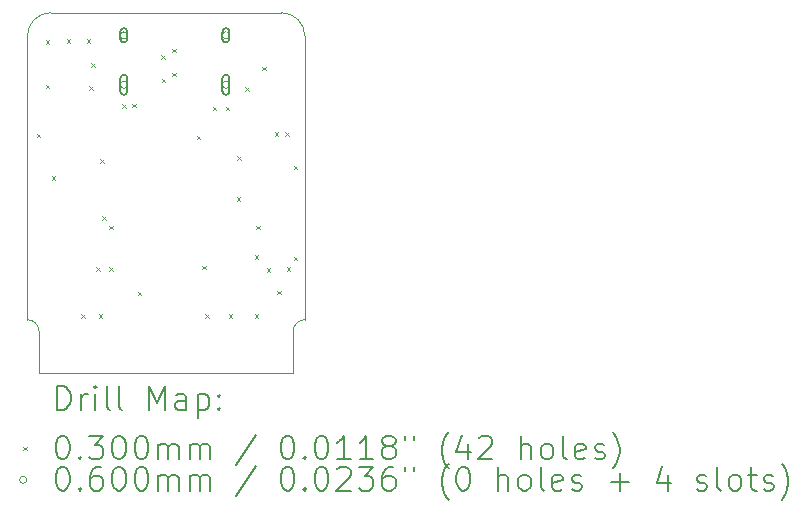
<source format=gbr>
%TF.GenerationSoftware,KiCad,Pcbnew,6.0.10+dfsg-1~bpo11+1*%
%TF.ProjectId,project,70726f6a-6563-4742-9e6b-696361645f70,rev?*%
%TF.SameCoordinates,Original*%
%TF.FileFunction,Drillmap*%
%TF.FilePolarity,Positive*%
%FSLAX45Y45*%
G04 Gerber Fmt 4.5, Leading zero omitted, Abs format (unit mm)*
%MOMM*%
%LPD*%
G01*
G04 APERTURE LIST*
%ADD10C,0.100000*%
%ADD11C,0.200000*%
%ADD12C,0.030000*%
%ADD13C,0.060000*%
G04 APERTURE END LIST*
D10*
X12250000Y-12647500D02*
X10100000Y-12647500D01*
X12350000Y-9800000D02*
X12350000Y-12200000D01*
X10000000Y-9800000D02*
X10000000Y-12200000D01*
X10100000Y-12647500D02*
X10100000Y-12300000D01*
X12350000Y-9800000D02*
G75*
G03*
X12150000Y-9600000I-200000J0D01*
G01*
X12350000Y-12200000D02*
G75*
G03*
X12250000Y-12300000I0J-100000D01*
G01*
X12250000Y-12647500D02*
X12250000Y-12300000D01*
X10200000Y-9600000D02*
X12150000Y-9600000D01*
X10100000Y-12300000D02*
G75*
G03*
X10000000Y-12200000I-100000J0D01*
G01*
X10200000Y-9600000D02*
G75*
G03*
X10000000Y-9800000I0J-200000D01*
G01*
D11*
D12*
X10081250Y-10626250D02*
X10111250Y-10656250D01*
X10111250Y-10626250D02*
X10081250Y-10656250D01*
X10155000Y-9835000D02*
X10185000Y-9865000D01*
X10185000Y-9835000D02*
X10155000Y-9865000D01*
X10155000Y-10212500D02*
X10185000Y-10242500D01*
X10185000Y-10212500D02*
X10155000Y-10242500D01*
X10205000Y-10985000D02*
X10235000Y-11015000D01*
X10235000Y-10985000D02*
X10205000Y-11015000D01*
X10335000Y-9825000D02*
X10365000Y-9855000D01*
X10365000Y-9825000D02*
X10335000Y-9855000D01*
X10455000Y-12155000D02*
X10485000Y-12185000D01*
X10485000Y-12155000D02*
X10455000Y-12185000D01*
X10505000Y-9823750D02*
X10535000Y-9853750D01*
X10535000Y-9823750D02*
X10505000Y-9853750D01*
X10525000Y-10222500D02*
X10555000Y-10252500D01*
X10555000Y-10222500D02*
X10525000Y-10252500D01*
X10539373Y-10029378D02*
X10569373Y-10059378D01*
X10569373Y-10029378D02*
X10539373Y-10059378D01*
X10585000Y-11755000D02*
X10615000Y-11785000D01*
X10615000Y-11755000D02*
X10585000Y-11785000D01*
X10605000Y-12155000D02*
X10635000Y-12185000D01*
X10635000Y-12155000D02*
X10605000Y-12185000D01*
X10616250Y-10841250D02*
X10646250Y-10871250D01*
X10646250Y-10841250D02*
X10616250Y-10871250D01*
X10635000Y-11325000D02*
X10665000Y-11355000D01*
X10665000Y-11325000D02*
X10635000Y-11355000D01*
X10695000Y-11405050D02*
X10725000Y-11435050D01*
X10725000Y-11405050D02*
X10695000Y-11435050D01*
X10695000Y-11755000D02*
X10725000Y-11785000D01*
X10725000Y-11755000D02*
X10695000Y-11785000D01*
X10805000Y-10375000D02*
X10835000Y-10405000D01*
X10835000Y-10375000D02*
X10805000Y-10405000D01*
X10890000Y-10370000D02*
X10920000Y-10400000D01*
X10920000Y-10370000D02*
X10890000Y-10400000D01*
X10933750Y-11963750D02*
X10963750Y-11993750D01*
X10963750Y-11963750D02*
X10933750Y-11993750D01*
X11135000Y-9962450D02*
X11165000Y-9992450D01*
X11165000Y-9962450D02*
X11135000Y-9992450D01*
X11139922Y-10159785D02*
X11169922Y-10189785D01*
X11169922Y-10159785D02*
X11139922Y-10189785D01*
X11225000Y-9907450D02*
X11255000Y-9937450D01*
X11255000Y-9907450D02*
X11225000Y-9937450D01*
X11226776Y-10109624D02*
X11256776Y-10139624D01*
X11256776Y-10109624D02*
X11226776Y-10139624D01*
X11435000Y-10642500D02*
X11465000Y-10672500D01*
X11465000Y-10642500D02*
X11435000Y-10672500D01*
X11480000Y-11745000D02*
X11510000Y-11775000D01*
X11510000Y-11745000D02*
X11480000Y-11775000D01*
X11505000Y-12155000D02*
X11535000Y-12185000D01*
X11535000Y-12155000D02*
X11505000Y-12185000D01*
X11570000Y-10397500D02*
X11600000Y-10427500D01*
X11600000Y-10397500D02*
X11570000Y-10427500D01*
X11680074Y-10397574D02*
X11710074Y-10427574D01*
X11710074Y-10397574D02*
X11680074Y-10427574D01*
X11705000Y-12155000D02*
X11735000Y-12185000D01*
X11735000Y-12155000D02*
X11705000Y-12185000D01*
X11775000Y-11165000D02*
X11805000Y-11195000D01*
X11805000Y-11165000D02*
X11775000Y-11195000D01*
X11779500Y-10818000D02*
X11809500Y-10848000D01*
X11809500Y-10818000D02*
X11779500Y-10848000D01*
X11845147Y-10232500D02*
X11875147Y-10262500D01*
X11875147Y-10232500D02*
X11845147Y-10262500D01*
X11925000Y-11655000D02*
X11955000Y-11685000D01*
X11955000Y-11655000D02*
X11925000Y-11685000D01*
X11925000Y-12155000D02*
X11955000Y-12185000D01*
X11955000Y-12155000D02*
X11925000Y-12185000D01*
X11936250Y-11406250D02*
X11966250Y-11436250D01*
X11966250Y-11406250D02*
X11936250Y-11436250D01*
X11990000Y-10057500D02*
X12020000Y-10087500D01*
X12020000Y-10057500D02*
X11990000Y-10087500D01*
X12027000Y-11763000D02*
X12057000Y-11793000D01*
X12057000Y-11763000D02*
X12027000Y-11793000D01*
X12095000Y-10612500D02*
X12125000Y-10642500D01*
X12125000Y-10612500D02*
X12095000Y-10642500D01*
X12115000Y-11955000D02*
X12145000Y-11985000D01*
X12145000Y-11955000D02*
X12115000Y-11985000D01*
X12185000Y-10612500D02*
X12215000Y-10642500D01*
X12215000Y-10612500D02*
X12185000Y-10642500D01*
X12195000Y-11755000D02*
X12225000Y-11785000D01*
X12225000Y-11755000D02*
X12195000Y-11785000D01*
X12255000Y-10897500D02*
X12285000Y-10927500D01*
X12285000Y-10897500D02*
X12255000Y-10927500D01*
X12255000Y-11667500D02*
X12285000Y-11697500D01*
X12285000Y-11667500D02*
X12255000Y-11697500D01*
D13*
X10848000Y-9792500D02*
G75*
G03*
X10848000Y-9792500I-30000J0D01*
G01*
D11*
X10848000Y-9822500D02*
X10848000Y-9762500D01*
X10788000Y-9822500D02*
X10788000Y-9762500D01*
X10848000Y-9762500D02*
G75*
G03*
X10788000Y-9762500I-30000J0D01*
G01*
X10788000Y-9822500D02*
G75*
G03*
X10848000Y-9822500I30000J0D01*
G01*
D13*
X10848000Y-10210500D02*
G75*
G03*
X10848000Y-10210500I-30000J0D01*
G01*
D11*
X10848000Y-10265500D02*
X10848000Y-10155500D01*
X10788000Y-10265500D02*
X10788000Y-10155500D01*
X10848000Y-10155500D02*
G75*
G03*
X10788000Y-10155500I-30000J0D01*
G01*
X10788000Y-10265500D02*
G75*
G03*
X10848000Y-10265500I30000J0D01*
G01*
D13*
X11712000Y-9792500D02*
G75*
G03*
X11712000Y-9792500I-30000J0D01*
G01*
D11*
X11712000Y-9822500D02*
X11712000Y-9762500D01*
X11652000Y-9822500D02*
X11652000Y-9762500D01*
X11712000Y-9762500D02*
G75*
G03*
X11652000Y-9762500I-30000J0D01*
G01*
X11652000Y-9822500D02*
G75*
G03*
X11712000Y-9822500I30000J0D01*
G01*
D13*
X11712000Y-10210500D02*
G75*
G03*
X11712000Y-10210500I-30000J0D01*
G01*
D11*
X11712000Y-10265500D02*
X11712000Y-10155500D01*
X11652000Y-10265500D02*
X11652000Y-10155500D01*
X11712000Y-10155500D02*
G75*
G03*
X11652000Y-10155500I-30000J0D01*
G01*
X11652000Y-10265500D02*
G75*
G03*
X11712000Y-10265500I30000J0D01*
G01*
X10252619Y-12962976D02*
X10252619Y-12762976D01*
X10300238Y-12762976D01*
X10328810Y-12772500D01*
X10347857Y-12791548D01*
X10357381Y-12810595D01*
X10366905Y-12848690D01*
X10366905Y-12877262D01*
X10357381Y-12915357D01*
X10347857Y-12934405D01*
X10328810Y-12953452D01*
X10300238Y-12962976D01*
X10252619Y-12962976D01*
X10452619Y-12962976D02*
X10452619Y-12829643D01*
X10452619Y-12867738D02*
X10462143Y-12848690D01*
X10471667Y-12839167D01*
X10490714Y-12829643D01*
X10509762Y-12829643D01*
X10576429Y-12962976D02*
X10576429Y-12829643D01*
X10576429Y-12762976D02*
X10566905Y-12772500D01*
X10576429Y-12782024D01*
X10585952Y-12772500D01*
X10576429Y-12762976D01*
X10576429Y-12782024D01*
X10700238Y-12962976D02*
X10681190Y-12953452D01*
X10671667Y-12934405D01*
X10671667Y-12762976D01*
X10805000Y-12962976D02*
X10785952Y-12953452D01*
X10776429Y-12934405D01*
X10776429Y-12762976D01*
X11033571Y-12962976D02*
X11033571Y-12762976D01*
X11100238Y-12905833D01*
X11166905Y-12762976D01*
X11166905Y-12962976D01*
X11347857Y-12962976D02*
X11347857Y-12858214D01*
X11338333Y-12839167D01*
X11319286Y-12829643D01*
X11281190Y-12829643D01*
X11262143Y-12839167D01*
X11347857Y-12953452D02*
X11328809Y-12962976D01*
X11281190Y-12962976D01*
X11262143Y-12953452D01*
X11252619Y-12934405D01*
X11252619Y-12915357D01*
X11262143Y-12896309D01*
X11281190Y-12886786D01*
X11328809Y-12886786D01*
X11347857Y-12877262D01*
X11443095Y-12829643D02*
X11443095Y-13029643D01*
X11443095Y-12839167D02*
X11462143Y-12829643D01*
X11500238Y-12829643D01*
X11519286Y-12839167D01*
X11528809Y-12848690D01*
X11538333Y-12867738D01*
X11538333Y-12924881D01*
X11528809Y-12943928D01*
X11519286Y-12953452D01*
X11500238Y-12962976D01*
X11462143Y-12962976D01*
X11443095Y-12953452D01*
X11624048Y-12943928D02*
X11633571Y-12953452D01*
X11624048Y-12962976D01*
X11614524Y-12953452D01*
X11624048Y-12943928D01*
X11624048Y-12962976D01*
X11624048Y-12839167D02*
X11633571Y-12848690D01*
X11624048Y-12858214D01*
X11614524Y-12848690D01*
X11624048Y-12839167D01*
X11624048Y-12858214D01*
D12*
X9965000Y-13277500D02*
X9995000Y-13307500D01*
X9995000Y-13277500D02*
X9965000Y-13307500D01*
D11*
X10290714Y-13182976D02*
X10309762Y-13182976D01*
X10328810Y-13192500D01*
X10338333Y-13202024D01*
X10347857Y-13221071D01*
X10357381Y-13259167D01*
X10357381Y-13306786D01*
X10347857Y-13344881D01*
X10338333Y-13363928D01*
X10328810Y-13373452D01*
X10309762Y-13382976D01*
X10290714Y-13382976D01*
X10271667Y-13373452D01*
X10262143Y-13363928D01*
X10252619Y-13344881D01*
X10243095Y-13306786D01*
X10243095Y-13259167D01*
X10252619Y-13221071D01*
X10262143Y-13202024D01*
X10271667Y-13192500D01*
X10290714Y-13182976D01*
X10443095Y-13363928D02*
X10452619Y-13373452D01*
X10443095Y-13382976D01*
X10433571Y-13373452D01*
X10443095Y-13363928D01*
X10443095Y-13382976D01*
X10519286Y-13182976D02*
X10643095Y-13182976D01*
X10576429Y-13259167D01*
X10605000Y-13259167D01*
X10624048Y-13268690D01*
X10633571Y-13278214D01*
X10643095Y-13297262D01*
X10643095Y-13344881D01*
X10633571Y-13363928D01*
X10624048Y-13373452D01*
X10605000Y-13382976D01*
X10547857Y-13382976D01*
X10528810Y-13373452D01*
X10519286Y-13363928D01*
X10766905Y-13182976D02*
X10785952Y-13182976D01*
X10805000Y-13192500D01*
X10814524Y-13202024D01*
X10824048Y-13221071D01*
X10833571Y-13259167D01*
X10833571Y-13306786D01*
X10824048Y-13344881D01*
X10814524Y-13363928D01*
X10805000Y-13373452D01*
X10785952Y-13382976D01*
X10766905Y-13382976D01*
X10747857Y-13373452D01*
X10738333Y-13363928D01*
X10728810Y-13344881D01*
X10719286Y-13306786D01*
X10719286Y-13259167D01*
X10728810Y-13221071D01*
X10738333Y-13202024D01*
X10747857Y-13192500D01*
X10766905Y-13182976D01*
X10957381Y-13182976D02*
X10976429Y-13182976D01*
X10995476Y-13192500D01*
X11005000Y-13202024D01*
X11014524Y-13221071D01*
X11024048Y-13259167D01*
X11024048Y-13306786D01*
X11014524Y-13344881D01*
X11005000Y-13363928D01*
X10995476Y-13373452D01*
X10976429Y-13382976D01*
X10957381Y-13382976D01*
X10938333Y-13373452D01*
X10928810Y-13363928D01*
X10919286Y-13344881D01*
X10909762Y-13306786D01*
X10909762Y-13259167D01*
X10919286Y-13221071D01*
X10928810Y-13202024D01*
X10938333Y-13192500D01*
X10957381Y-13182976D01*
X11109762Y-13382976D02*
X11109762Y-13249643D01*
X11109762Y-13268690D02*
X11119286Y-13259167D01*
X11138333Y-13249643D01*
X11166905Y-13249643D01*
X11185952Y-13259167D01*
X11195476Y-13278214D01*
X11195476Y-13382976D01*
X11195476Y-13278214D02*
X11205000Y-13259167D01*
X11224048Y-13249643D01*
X11252619Y-13249643D01*
X11271667Y-13259167D01*
X11281190Y-13278214D01*
X11281190Y-13382976D01*
X11376428Y-13382976D02*
X11376428Y-13249643D01*
X11376428Y-13268690D02*
X11385952Y-13259167D01*
X11405000Y-13249643D01*
X11433571Y-13249643D01*
X11452619Y-13259167D01*
X11462143Y-13278214D01*
X11462143Y-13382976D01*
X11462143Y-13278214D02*
X11471667Y-13259167D01*
X11490714Y-13249643D01*
X11519286Y-13249643D01*
X11538333Y-13259167D01*
X11547857Y-13278214D01*
X11547857Y-13382976D01*
X11938333Y-13173452D02*
X11766905Y-13430595D01*
X12195476Y-13182976D02*
X12214524Y-13182976D01*
X12233571Y-13192500D01*
X12243095Y-13202024D01*
X12252619Y-13221071D01*
X12262143Y-13259167D01*
X12262143Y-13306786D01*
X12252619Y-13344881D01*
X12243095Y-13363928D01*
X12233571Y-13373452D01*
X12214524Y-13382976D01*
X12195476Y-13382976D01*
X12176428Y-13373452D01*
X12166905Y-13363928D01*
X12157381Y-13344881D01*
X12147857Y-13306786D01*
X12147857Y-13259167D01*
X12157381Y-13221071D01*
X12166905Y-13202024D01*
X12176428Y-13192500D01*
X12195476Y-13182976D01*
X12347857Y-13363928D02*
X12357381Y-13373452D01*
X12347857Y-13382976D01*
X12338333Y-13373452D01*
X12347857Y-13363928D01*
X12347857Y-13382976D01*
X12481190Y-13182976D02*
X12500238Y-13182976D01*
X12519286Y-13192500D01*
X12528809Y-13202024D01*
X12538333Y-13221071D01*
X12547857Y-13259167D01*
X12547857Y-13306786D01*
X12538333Y-13344881D01*
X12528809Y-13363928D01*
X12519286Y-13373452D01*
X12500238Y-13382976D01*
X12481190Y-13382976D01*
X12462143Y-13373452D01*
X12452619Y-13363928D01*
X12443095Y-13344881D01*
X12433571Y-13306786D01*
X12433571Y-13259167D01*
X12443095Y-13221071D01*
X12452619Y-13202024D01*
X12462143Y-13192500D01*
X12481190Y-13182976D01*
X12738333Y-13382976D02*
X12624048Y-13382976D01*
X12681190Y-13382976D02*
X12681190Y-13182976D01*
X12662143Y-13211548D01*
X12643095Y-13230595D01*
X12624048Y-13240119D01*
X12928809Y-13382976D02*
X12814524Y-13382976D01*
X12871667Y-13382976D02*
X12871667Y-13182976D01*
X12852619Y-13211548D01*
X12833571Y-13230595D01*
X12814524Y-13240119D01*
X13043095Y-13268690D02*
X13024048Y-13259167D01*
X13014524Y-13249643D01*
X13005000Y-13230595D01*
X13005000Y-13221071D01*
X13014524Y-13202024D01*
X13024048Y-13192500D01*
X13043095Y-13182976D01*
X13081190Y-13182976D01*
X13100238Y-13192500D01*
X13109762Y-13202024D01*
X13119286Y-13221071D01*
X13119286Y-13230595D01*
X13109762Y-13249643D01*
X13100238Y-13259167D01*
X13081190Y-13268690D01*
X13043095Y-13268690D01*
X13024048Y-13278214D01*
X13014524Y-13287738D01*
X13005000Y-13306786D01*
X13005000Y-13344881D01*
X13014524Y-13363928D01*
X13024048Y-13373452D01*
X13043095Y-13382976D01*
X13081190Y-13382976D01*
X13100238Y-13373452D01*
X13109762Y-13363928D01*
X13119286Y-13344881D01*
X13119286Y-13306786D01*
X13109762Y-13287738D01*
X13100238Y-13278214D01*
X13081190Y-13268690D01*
X13195476Y-13182976D02*
X13195476Y-13221071D01*
X13271667Y-13182976D02*
X13271667Y-13221071D01*
X13566905Y-13459167D02*
X13557381Y-13449643D01*
X13538333Y-13421071D01*
X13528809Y-13402024D01*
X13519286Y-13373452D01*
X13509762Y-13325833D01*
X13509762Y-13287738D01*
X13519286Y-13240119D01*
X13528809Y-13211548D01*
X13538333Y-13192500D01*
X13557381Y-13163928D01*
X13566905Y-13154405D01*
X13728809Y-13249643D02*
X13728809Y-13382976D01*
X13681190Y-13173452D02*
X13633571Y-13316309D01*
X13757381Y-13316309D01*
X13824048Y-13202024D02*
X13833571Y-13192500D01*
X13852619Y-13182976D01*
X13900238Y-13182976D01*
X13919286Y-13192500D01*
X13928809Y-13202024D01*
X13938333Y-13221071D01*
X13938333Y-13240119D01*
X13928809Y-13268690D01*
X13814524Y-13382976D01*
X13938333Y-13382976D01*
X14176428Y-13382976D02*
X14176428Y-13182976D01*
X14262143Y-13382976D02*
X14262143Y-13278214D01*
X14252619Y-13259167D01*
X14233571Y-13249643D01*
X14205000Y-13249643D01*
X14185952Y-13259167D01*
X14176428Y-13268690D01*
X14385952Y-13382976D02*
X14366905Y-13373452D01*
X14357381Y-13363928D01*
X14347857Y-13344881D01*
X14347857Y-13287738D01*
X14357381Y-13268690D01*
X14366905Y-13259167D01*
X14385952Y-13249643D01*
X14414524Y-13249643D01*
X14433571Y-13259167D01*
X14443095Y-13268690D01*
X14452619Y-13287738D01*
X14452619Y-13344881D01*
X14443095Y-13363928D01*
X14433571Y-13373452D01*
X14414524Y-13382976D01*
X14385952Y-13382976D01*
X14566905Y-13382976D02*
X14547857Y-13373452D01*
X14538333Y-13354405D01*
X14538333Y-13182976D01*
X14719286Y-13373452D02*
X14700238Y-13382976D01*
X14662143Y-13382976D01*
X14643095Y-13373452D01*
X14633571Y-13354405D01*
X14633571Y-13278214D01*
X14643095Y-13259167D01*
X14662143Y-13249643D01*
X14700238Y-13249643D01*
X14719286Y-13259167D01*
X14728809Y-13278214D01*
X14728809Y-13297262D01*
X14633571Y-13316309D01*
X14805000Y-13373452D02*
X14824048Y-13382976D01*
X14862143Y-13382976D01*
X14881190Y-13373452D01*
X14890714Y-13354405D01*
X14890714Y-13344881D01*
X14881190Y-13325833D01*
X14862143Y-13316309D01*
X14833571Y-13316309D01*
X14814524Y-13306786D01*
X14805000Y-13287738D01*
X14805000Y-13278214D01*
X14814524Y-13259167D01*
X14833571Y-13249643D01*
X14862143Y-13249643D01*
X14881190Y-13259167D01*
X14957381Y-13459167D02*
X14966905Y-13449643D01*
X14985952Y-13421071D01*
X14995476Y-13402024D01*
X15005000Y-13373452D01*
X15014524Y-13325833D01*
X15014524Y-13287738D01*
X15005000Y-13240119D01*
X14995476Y-13211548D01*
X14985952Y-13192500D01*
X14966905Y-13163928D01*
X14957381Y-13154405D01*
D13*
X9995000Y-13556500D02*
G75*
G03*
X9995000Y-13556500I-30000J0D01*
G01*
D11*
X10290714Y-13446976D02*
X10309762Y-13446976D01*
X10328810Y-13456500D01*
X10338333Y-13466024D01*
X10347857Y-13485071D01*
X10357381Y-13523167D01*
X10357381Y-13570786D01*
X10347857Y-13608881D01*
X10338333Y-13627928D01*
X10328810Y-13637452D01*
X10309762Y-13646976D01*
X10290714Y-13646976D01*
X10271667Y-13637452D01*
X10262143Y-13627928D01*
X10252619Y-13608881D01*
X10243095Y-13570786D01*
X10243095Y-13523167D01*
X10252619Y-13485071D01*
X10262143Y-13466024D01*
X10271667Y-13456500D01*
X10290714Y-13446976D01*
X10443095Y-13627928D02*
X10452619Y-13637452D01*
X10443095Y-13646976D01*
X10433571Y-13637452D01*
X10443095Y-13627928D01*
X10443095Y-13646976D01*
X10624048Y-13446976D02*
X10585952Y-13446976D01*
X10566905Y-13456500D01*
X10557381Y-13466024D01*
X10538333Y-13494595D01*
X10528810Y-13532690D01*
X10528810Y-13608881D01*
X10538333Y-13627928D01*
X10547857Y-13637452D01*
X10566905Y-13646976D01*
X10605000Y-13646976D01*
X10624048Y-13637452D01*
X10633571Y-13627928D01*
X10643095Y-13608881D01*
X10643095Y-13561262D01*
X10633571Y-13542214D01*
X10624048Y-13532690D01*
X10605000Y-13523167D01*
X10566905Y-13523167D01*
X10547857Y-13532690D01*
X10538333Y-13542214D01*
X10528810Y-13561262D01*
X10766905Y-13446976D02*
X10785952Y-13446976D01*
X10805000Y-13456500D01*
X10814524Y-13466024D01*
X10824048Y-13485071D01*
X10833571Y-13523167D01*
X10833571Y-13570786D01*
X10824048Y-13608881D01*
X10814524Y-13627928D01*
X10805000Y-13637452D01*
X10785952Y-13646976D01*
X10766905Y-13646976D01*
X10747857Y-13637452D01*
X10738333Y-13627928D01*
X10728810Y-13608881D01*
X10719286Y-13570786D01*
X10719286Y-13523167D01*
X10728810Y-13485071D01*
X10738333Y-13466024D01*
X10747857Y-13456500D01*
X10766905Y-13446976D01*
X10957381Y-13446976D02*
X10976429Y-13446976D01*
X10995476Y-13456500D01*
X11005000Y-13466024D01*
X11014524Y-13485071D01*
X11024048Y-13523167D01*
X11024048Y-13570786D01*
X11014524Y-13608881D01*
X11005000Y-13627928D01*
X10995476Y-13637452D01*
X10976429Y-13646976D01*
X10957381Y-13646976D01*
X10938333Y-13637452D01*
X10928810Y-13627928D01*
X10919286Y-13608881D01*
X10909762Y-13570786D01*
X10909762Y-13523167D01*
X10919286Y-13485071D01*
X10928810Y-13466024D01*
X10938333Y-13456500D01*
X10957381Y-13446976D01*
X11109762Y-13646976D02*
X11109762Y-13513643D01*
X11109762Y-13532690D02*
X11119286Y-13523167D01*
X11138333Y-13513643D01*
X11166905Y-13513643D01*
X11185952Y-13523167D01*
X11195476Y-13542214D01*
X11195476Y-13646976D01*
X11195476Y-13542214D02*
X11205000Y-13523167D01*
X11224048Y-13513643D01*
X11252619Y-13513643D01*
X11271667Y-13523167D01*
X11281190Y-13542214D01*
X11281190Y-13646976D01*
X11376428Y-13646976D02*
X11376428Y-13513643D01*
X11376428Y-13532690D02*
X11385952Y-13523167D01*
X11405000Y-13513643D01*
X11433571Y-13513643D01*
X11452619Y-13523167D01*
X11462143Y-13542214D01*
X11462143Y-13646976D01*
X11462143Y-13542214D02*
X11471667Y-13523167D01*
X11490714Y-13513643D01*
X11519286Y-13513643D01*
X11538333Y-13523167D01*
X11547857Y-13542214D01*
X11547857Y-13646976D01*
X11938333Y-13437452D02*
X11766905Y-13694595D01*
X12195476Y-13446976D02*
X12214524Y-13446976D01*
X12233571Y-13456500D01*
X12243095Y-13466024D01*
X12252619Y-13485071D01*
X12262143Y-13523167D01*
X12262143Y-13570786D01*
X12252619Y-13608881D01*
X12243095Y-13627928D01*
X12233571Y-13637452D01*
X12214524Y-13646976D01*
X12195476Y-13646976D01*
X12176428Y-13637452D01*
X12166905Y-13627928D01*
X12157381Y-13608881D01*
X12147857Y-13570786D01*
X12147857Y-13523167D01*
X12157381Y-13485071D01*
X12166905Y-13466024D01*
X12176428Y-13456500D01*
X12195476Y-13446976D01*
X12347857Y-13627928D02*
X12357381Y-13637452D01*
X12347857Y-13646976D01*
X12338333Y-13637452D01*
X12347857Y-13627928D01*
X12347857Y-13646976D01*
X12481190Y-13446976D02*
X12500238Y-13446976D01*
X12519286Y-13456500D01*
X12528809Y-13466024D01*
X12538333Y-13485071D01*
X12547857Y-13523167D01*
X12547857Y-13570786D01*
X12538333Y-13608881D01*
X12528809Y-13627928D01*
X12519286Y-13637452D01*
X12500238Y-13646976D01*
X12481190Y-13646976D01*
X12462143Y-13637452D01*
X12452619Y-13627928D01*
X12443095Y-13608881D01*
X12433571Y-13570786D01*
X12433571Y-13523167D01*
X12443095Y-13485071D01*
X12452619Y-13466024D01*
X12462143Y-13456500D01*
X12481190Y-13446976D01*
X12624048Y-13466024D02*
X12633571Y-13456500D01*
X12652619Y-13446976D01*
X12700238Y-13446976D01*
X12719286Y-13456500D01*
X12728809Y-13466024D01*
X12738333Y-13485071D01*
X12738333Y-13504119D01*
X12728809Y-13532690D01*
X12614524Y-13646976D01*
X12738333Y-13646976D01*
X12805000Y-13446976D02*
X12928809Y-13446976D01*
X12862143Y-13523167D01*
X12890714Y-13523167D01*
X12909762Y-13532690D01*
X12919286Y-13542214D01*
X12928809Y-13561262D01*
X12928809Y-13608881D01*
X12919286Y-13627928D01*
X12909762Y-13637452D01*
X12890714Y-13646976D01*
X12833571Y-13646976D01*
X12814524Y-13637452D01*
X12805000Y-13627928D01*
X13100238Y-13446976D02*
X13062143Y-13446976D01*
X13043095Y-13456500D01*
X13033571Y-13466024D01*
X13014524Y-13494595D01*
X13005000Y-13532690D01*
X13005000Y-13608881D01*
X13014524Y-13627928D01*
X13024048Y-13637452D01*
X13043095Y-13646976D01*
X13081190Y-13646976D01*
X13100238Y-13637452D01*
X13109762Y-13627928D01*
X13119286Y-13608881D01*
X13119286Y-13561262D01*
X13109762Y-13542214D01*
X13100238Y-13532690D01*
X13081190Y-13523167D01*
X13043095Y-13523167D01*
X13024048Y-13532690D01*
X13014524Y-13542214D01*
X13005000Y-13561262D01*
X13195476Y-13446976D02*
X13195476Y-13485071D01*
X13271667Y-13446976D02*
X13271667Y-13485071D01*
X13566905Y-13723167D02*
X13557381Y-13713643D01*
X13538333Y-13685071D01*
X13528809Y-13666024D01*
X13519286Y-13637452D01*
X13509762Y-13589833D01*
X13509762Y-13551738D01*
X13519286Y-13504119D01*
X13528809Y-13475548D01*
X13538333Y-13456500D01*
X13557381Y-13427928D01*
X13566905Y-13418405D01*
X13681190Y-13446976D02*
X13700238Y-13446976D01*
X13719286Y-13456500D01*
X13728809Y-13466024D01*
X13738333Y-13485071D01*
X13747857Y-13523167D01*
X13747857Y-13570786D01*
X13738333Y-13608881D01*
X13728809Y-13627928D01*
X13719286Y-13637452D01*
X13700238Y-13646976D01*
X13681190Y-13646976D01*
X13662143Y-13637452D01*
X13652619Y-13627928D01*
X13643095Y-13608881D01*
X13633571Y-13570786D01*
X13633571Y-13523167D01*
X13643095Y-13485071D01*
X13652619Y-13466024D01*
X13662143Y-13456500D01*
X13681190Y-13446976D01*
X13985952Y-13646976D02*
X13985952Y-13446976D01*
X14071667Y-13646976D02*
X14071667Y-13542214D01*
X14062143Y-13523167D01*
X14043095Y-13513643D01*
X14014524Y-13513643D01*
X13995476Y-13523167D01*
X13985952Y-13532690D01*
X14195476Y-13646976D02*
X14176428Y-13637452D01*
X14166905Y-13627928D01*
X14157381Y-13608881D01*
X14157381Y-13551738D01*
X14166905Y-13532690D01*
X14176428Y-13523167D01*
X14195476Y-13513643D01*
X14224048Y-13513643D01*
X14243095Y-13523167D01*
X14252619Y-13532690D01*
X14262143Y-13551738D01*
X14262143Y-13608881D01*
X14252619Y-13627928D01*
X14243095Y-13637452D01*
X14224048Y-13646976D01*
X14195476Y-13646976D01*
X14376428Y-13646976D02*
X14357381Y-13637452D01*
X14347857Y-13618405D01*
X14347857Y-13446976D01*
X14528809Y-13637452D02*
X14509762Y-13646976D01*
X14471667Y-13646976D01*
X14452619Y-13637452D01*
X14443095Y-13618405D01*
X14443095Y-13542214D01*
X14452619Y-13523167D01*
X14471667Y-13513643D01*
X14509762Y-13513643D01*
X14528809Y-13523167D01*
X14538333Y-13542214D01*
X14538333Y-13561262D01*
X14443095Y-13580309D01*
X14614524Y-13637452D02*
X14633571Y-13646976D01*
X14671667Y-13646976D01*
X14690714Y-13637452D01*
X14700238Y-13618405D01*
X14700238Y-13608881D01*
X14690714Y-13589833D01*
X14671667Y-13580309D01*
X14643095Y-13580309D01*
X14624048Y-13570786D01*
X14614524Y-13551738D01*
X14614524Y-13542214D01*
X14624048Y-13523167D01*
X14643095Y-13513643D01*
X14671667Y-13513643D01*
X14690714Y-13523167D01*
X14938333Y-13570786D02*
X15090714Y-13570786D01*
X15014524Y-13646976D02*
X15014524Y-13494595D01*
X15424048Y-13513643D02*
X15424048Y-13646976D01*
X15376428Y-13437452D02*
X15328809Y-13580309D01*
X15452619Y-13580309D01*
X15671667Y-13637452D02*
X15690714Y-13646976D01*
X15728809Y-13646976D01*
X15747857Y-13637452D01*
X15757381Y-13618405D01*
X15757381Y-13608881D01*
X15747857Y-13589833D01*
X15728809Y-13580309D01*
X15700238Y-13580309D01*
X15681190Y-13570786D01*
X15671667Y-13551738D01*
X15671667Y-13542214D01*
X15681190Y-13523167D01*
X15700238Y-13513643D01*
X15728809Y-13513643D01*
X15747857Y-13523167D01*
X15871667Y-13646976D02*
X15852619Y-13637452D01*
X15843095Y-13618405D01*
X15843095Y-13446976D01*
X15976428Y-13646976D02*
X15957381Y-13637452D01*
X15947857Y-13627928D01*
X15938333Y-13608881D01*
X15938333Y-13551738D01*
X15947857Y-13532690D01*
X15957381Y-13523167D01*
X15976428Y-13513643D01*
X16005000Y-13513643D01*
X16024048Y-13523167D01*
X16033571Y-13532690D01*
X16043095Y-13551738D01*
X16043095Y-13608881D01*
X16033571Y-13627928D01*
X16024048Y-13637452D01*
X16005000Y-13646976D01*
X15976428Y-13646976D01*
X16100238Y-13513643D02*
X16176428Y-13513643D01*
X16128809Y-13446976D02*
X16128809Y-13618405D01*
X16138333Y-13637452D01*
X16157381Y-13646976D01*
X16176428Y-13646976D01*
X16233571Y-13637452D02*
X16252619Y-13646976D01*
X16290714Y-13646976D01*
X16309762Y-13637452D01*
X16319286Y-13618405D01*
X16319286Y-13608881D01*
X16309762Y-13589833D01*
X16290714Y-13580309D01*
X16262143Y-13580309D01*
X16243095Y-13570786D01*
X16233571Y-13551738D01*
X16233571Y-13542214D01*
X16243095Y-13523167D01*
X16262143Y-13513643D01*
X16290714Y-13513643D01*
X16309762Y-13523167D01*
X16385952Y-13723167D02*
X16395476Y-13713643D01*
X16414524Y-13685071D01*
X16424048Y-13666024D01*
X16433571Y-13637452D01*
X16443095Y-13589833D01*
X16443095Y-13551738D01*
X16433571Y-13504119D01*
X16424048Y-13475548D01*
X16414524Y-13456500D01*
X16395476Y-13427928D01*
X16385952Y-13418405D01*
M02*

</source>
